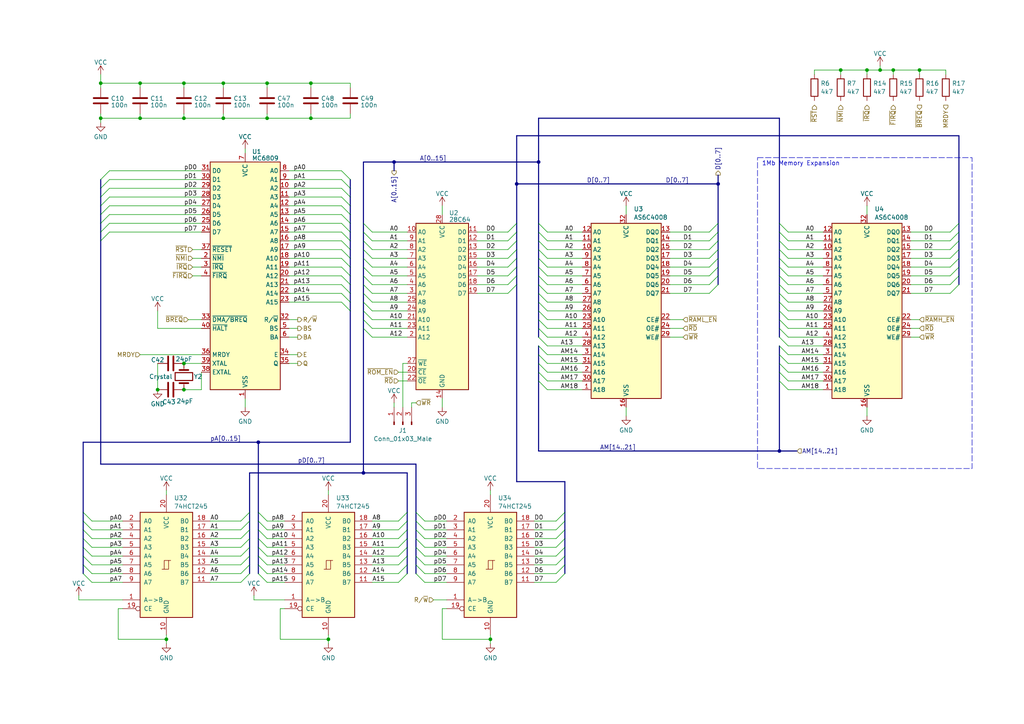
<source format=kicad_sch>
(kicad_sch (version 20231120) (generator "eeschema") (generator_version "8.0")
  (paper "A4")
  (bus_alias "" (members))
  (bus_alias "BUS" (members "{A[15..0]" "AM[23..13]" "D[7..0]" "~{RD}" "~{WR}" "E" "Q" "R/~{W}" "~{IRQ}" "~{FIRQ}" "~{NMI}" "~{RST}" "~{HALT}" "~{BREQ}" "MRDY" "BS" "BA" "~{ROM_EN}" "~{RAML_EN}" "~{RAMH_EN}}"))
  (bus_alias "CPU_BUS" (members "A[15..0]" "AM[23..13]" "D[7..0]" "~RD" "~WR" "E" "Q" "R/~W" "~IRQ" "~FIRQ" "~NMI" "~RST" "~HALT" "~BREQ" "MRDY" "BS" "BA" "~ROM_EN" "~RAML_EN" "~RAMH_EN"))
  (junction (at 29.21 34.29))
  (junction (at 156.21 46.99))
  (junction (at 266.7 20.32))
  (junction (at 53.34 24.13))
  (junction (at 29.21 24.13))
  (junction (at 226.06 130.81))
  (junction (at 142.24 185.42))
  (junction (at 40.64 34.29))
  (junction (at 77.47 24.13))
  (junction (at 255.27 20.32))
  (junction (at 45.72 113.03))
  (junction (at 64.77 34.29))
  (junction (at 77.47 34.29))
  (junction (at 74.93 128.27))
  (junction (at 105.41 137.16))
  (junction (at 40.64 24.13))
  (junction (at 64.77 24.13))
  (junction (at 53.34 105.41))
  (junction (at 259.08 20.32))
  (junction (at 243.84 20.32))
  (junction (at 114.3 46.99))
  (junction (at 208.28 53.34))
  (junction (at 251.46 20.32))
  (junction (at 53.34 34.29))
  (junction (at 90.17 24.13))
  (junction (at 95.25 185.42))
  (junction (at 48.26 185.42))
  (junction (at 53.34 113.03))
  (junction (at 149.86 53.34))
  (junction (at 90.17 34.29))
  (bus_entry (at 101.6 57.15) (size -2.54 -2.54))
  (bus_entry (at 226.06 67.31) (size 2.54 2.54))
  (bus_entry (at 105.41 64.77) (size 2.54 2.54))
  (bus_entry (at 147.32 77.47) (size 2.54 -2.54))
  (bus_entry (at 147.32 67.31) (size 2.54 -2.54))
  (bus_entry (at 278.13 67.31) (size -2.54 2.54))
  (bus_entry (at 72.39 148.59) (size -2.54 2.54))
  (bus_entry (at 147.32 74.93) (size 2.54 -2.54))
  (bus_entry (at 208.28 80.01) (size -2.54 2.54))
  (bus_entry (at 118.11 163.83) (size -2.54 2.54))
  (bus_entry (at 156.21 85.09) (size 2.54 2.54))
  (bus_entry (at 74.93 153.67) (size 2.54 2.54))
  (bus_entry (at 147.32 69.85) (size 2.54 -2.54))
  (bus_entry (at 105.41 92.71) (size 2.54 2.54))
  (bus_entry (at 101.6 54.61) (size -2.54 -2.54))
  (bus_entry (at 72.39 161.29) (size -2.54 2.54))
  (bus_entry (at 105.41 90.17) (size 2.54 2.54))
  (bus_entry (at 163.83 158.75) (size -2.54 2.54))
  (bus_entry (at 163.83 153.67) (size -2.54 2.54))
  (bus_entry (at 226.06 107.95) (size 2.54 2.54))
  (bus_entry (at 120.65 161.29) (size 2.54 2.54))
  (bus_entry (at 278.13 82.55) (size -2.54 2.54))
  (bus_entry (at 163.83 161.29) (size -2.54 2.54))
  (bus_entry (at 226.06 87.63) (size 2.54 2.54))
  (bus_entry (at 120.65 148.59) (size 2.54 2.54))
  (bus_entry (at 74.93 163.83) (size 2.54 2.54))
  (bus_entry (at 29.21 57.15) (size 2.54 -2.54))
  (bus_entry (at 120.65 151.13) (size 2.54 2.54))
  (bus_entry (at 156.21 72.39) (size 2.54 2.54))
  (bus_entry (at 226.06 92.71) (size 2.54 2.54))
  (bus_entry (at 208.28 67.31) (size -2.54 2.54))
  (bus_entry (at 163.83 148.59) (size -2.54 2.54))
  (bus_entry (at 101.6 62.23) (size -2.54 -2.54))
  (bus_entry (at 278.13 64.77) (size -2.54 2.54))
  (bus_entry (at 24.13 156.21) (size 2.54 2.54))
  (bus_entry (at 24.13 148.59) (size 2.54 2.54))
  (bus_entry (at 101.6 69.85) (size -2.54 -2.54))
  (bus_entry (at 278.13 69.85) (size -2.54 2.54))
  (bus_entry (at 101.6 80.01) (size -2.54 -2.54))
  (bus_entry (at 118.11 151.13) (size -2.54 2.54))
  (bus_entry (at 226.06 82.55) (size 2.54 2.54))
  (bus_entry (at 278.13 72.39) (size -2.54 2.54))
  (bus_entry (at 120.65 163.83) (size 2.54 2.54))
  (bus_entry (at 226.06 74.93) (size 2.54 2.54))
  (bus_entry (at 120.65 156.21) (size 2.54 2.54))
  (bus_entry (at 72.39 153.67) (size -2.54 2.54))
  (bus_entry (at 29.21 62.23) (size 2.54 -2.54))
  (bus_entry (at 208.28 77.47) (size -2.54 2.54))
  (bus_entry (at 74.93 161.29) (size 2.54 2.54))
  (bus_entry (at 101.6 67.31) (size -2.54 -2.54))
  (bus_entry (at 147.32 85.09) (size 2.54 -2.54))
  (bus_entry (at 226.06 80.01) (size 2.54 2.54))
  (bus_entry (at 101.6 64.77) (size -2.54 -2.54))
  (bus_entry (at 226.06 90.17) (size 2.54 2.54))
  (bus_entry (at 226.06 105.41) (size 2.54 2.54))
  (bus_entry (at 163.83 156.21) (size -2.54 2.54))
  (bus_entry (at 156.21 82.55) (size 2.54 2.54))
  (bus_entry (at 226.06 102.87) (size 2.54 2.54))
  (bus_entry (at 101.6 85.09) (size -2.54 -2.54))
  (bus_entry (at 105.41 87.63) (size 2.54 2.54))
  (bus_entry (at 156.21 90.17) (size 2.54 2.54))
  (bus_entry (at 156.21 105.41) (size 2.54 2.54))
  (bus_entry (at 101.6 77.47) (size -2.54 -2.54))
  (bus_entry (at 226.06 97.79) (size 2.54 2.54))
  (bus_entry (at 156.21 95.25) (size 2.54 2.54))
  (bus_entry (at 163.83 151.13) (size -2.54 2.54))
  (bus_entry (at 24.13 166.37) (size 2.54 2.54))
  (bus_entry (at 156.21 74.93) (size 2.54 2.54))
  (bus_entry (at 156.21 107.95) (size 2.54 2.54))
  (bus_entry (at 101.6 90.17) (size -2.54 -2.54))
  (bus_entry (at 118.11 166.37) (size -2.54 2.54))
  (bus_entry (at 105.41 74.93) (size 2.54 2.54))
  (bus_entry (at 278.13 77.47) (size -2.54 2.54))
  (bus_entry (at 156.21 110.49) (size 2.54 2.54))
  (bus_entry (at 226.06 64.77) (size 2.54 2.54))
  (bus_entry (at 24.13 158.75) (size 2.54 2.54))
  (bus_entry (at 72.39 163.83) (size -2.54 2.54))
  (bus_entry (at 120.65 158.75) (size 2.54 2.54))
  (bus_entry (at 24.13 153.67) (size 2.54 2.54))
  (bus_entry (at 156.21 100.33) (size 2.54 2.54))
  (bus_entry (at 101.6 52.07) (size -2.54 -2.54))
  (bus_entry (at 226.06 85.09) (size 2.54 2.54))
  (bus_entry (at 105.41 77.47) (size 2.54 2.54))
  (bus_entry (at 156.21 67.31) (size 2.54 2.54))
  (bus_entry (at 24.13 151.13) (size 2.54 2.54))
  (bus_entry (at 278.13 74.93) (size -2.54 2.54))
  (bus_entry (at 29.21 69.85) (size 2.54 -2.54))
  (bus_entry (at 118.11 148.59) (size -2.54 2.54))
  (bus_entry (at 156.21 87.63) (size 2.54 2.54))
  (bus_entry (at 105.41 80.01) (size 2.54 2.54))
  (bus_entry (at 226.06 95.25) (size 2.54 2.54))
  (bus_entry (at 147.32 72.39) (size 2.54 -2.54))
  (bus_entry (at 120.65 166.37) (size 2.54 2.54))
  (bus_entry (at 105.41 69.85) (size 2.54 2.54))
  (bus_entry (at 29.21 67.31) (size 2.54 -2.54))
  (bus_entry (at 101.6 74.93) (size -2.54 -2.54))
  (bus_entry (at 72.39 158.75) (size -2.54 2.54))
  (bus_entry (at 101.6 87.63) (size -2.54 -2.54))
  (bus_entry (at 208.28 74.93) (size -2.54 2.54))
  (bus_entry (at 163.83 166.37) (size -2.54 2.54))
  (bus_entry (at 72.39 156.21) (size -2.54 2.54))
  (bus_entry (at 208.28 64.77) (size -2.54 2.54))
  (bus_entry (at 208.28 72.39) (size -2.54 2.54))
  (bus_entry (at 156.21 77.47) (size 2.54 2.54))
  (bus_entry (at 118.11 158.75) (size -2.54 2.54))
  (bus_entry (at 156.21 80.01) (size 2.54 2.54))
  (bus_entry (at 29.21 54.61) (size 2.54 -2.54))
  (bus_entry (at 74.93 158.75) (size 2.54 2.54))
  (bus_entry (at 226.06 110.49) (size 2.54 2.54))
  (bus_entry (at 101.6 59.69) (size -2.54 -2.54))
  (bus_entry (at 226.06 100.33) (size 2.54 2.54))
  (bus_entry (at 101.6 82.55) (size -2.54 -2.54))
  (bus_entry (at 74.93 148.59) (size 2.54 2.54))
  (bus_entry (at 74.93 156.21) (size 2.54 2.54))
  (bus_entry (at 226.06 72.39) (size 2.54 2.54))
  (bus_entry (at 105.41 67.31) (size 2.54 2.54))
  (bus_entry (at 156.21 97.79) (size 2.54 2.54))
  (bus_entry (at 120.65 153.67) (size 2.54 2.54))
  (bus_entry (at 118.11 156.21) (size -2.54 2.54))
  (bus_entry (at 163.83 163.83) (size -2.54 2.54))
  (bus_entry (at 29.21 59.69) (size 2.54 -2.54))
  (bus_entry (at 278.13 80.01) (size -2.54 2.54))
  (bus_entry (at 156.21 102.87) (size 2.54 2.54))
  (bus_entry (at 147.32 80.01) (size 2.54 -2.54))
  (bus_entry (at 105.41 72.39) (size 2.54 2.54))
  (bus_entry (at 24.13 163.83) (size 2.54 2.54))
  (bus_entry (at 105.41 85.09) (size 2.54 2.54))
  (bus_entry (at 74.93 151.13) (size 2.54 2.54))
  (bus_entry (at 118.11 161.29) (size -2.54 2.54))
  (bus_entry (at 118.11 153.67) (size -2.54 2.54))
  (bus_entry (at 226.06 77.47) (size 2.54 2.54))
  (bus_entry (at 29.21 52.07) (size 2.54 -2.54))
  (bus_entry (at 74.93 166.37) (size 2.54 2.54))
  (bus_entry (at 29.21 64.77) (size 2.54 -2.54))
  (bus_entry (at 156.21 69.85) (size 2.54 2.54))
  (bus_entry (at 24.13 161.29) (size 2.54 2.54))
  (bus_entry (at 72.39 151.13) (size -2.54 2.54))
  (bus_entry (at 105.41 95.25) (size 2.54 2.54))
  (bus_entry (at 72.39 166.37) (size -2.54 2.54))
  (bus_entry (at 156.21 64.77) (size 2.54 2.54))
  (bus_entry (at 101.6 72.39) (size -2.54 -2.54))
  (bus_entry (at 208.28 82.55) (size -2.54 2.54))
  (bus_entry (at 105.41 82.55) (size 2.54 2.54))
  (bus_entry (at 156.21 92.71) (size 2.54 2.54))
  (bus_entry (at 208.28 69.85) (size -2.54 2.54))
  (bus_entry (at 147.32 82.55) (size 2.54 -2.54))
  (bus_entry (at 226.06 69.85) (size 2.54 2.54))
  (bus (pts (xy 74.93 128.27) (xy 74.93 148.59)))
  (bus (pts (xy 101.6 59.69) (xy 101.6 62.23)))
  (wire (pts (xy 181.61 118.11) (xy 181.61 120.65)))
  (wire (pts (xy 83.82 85.09) (xy 99.06 85.09)))
  (wire (pts (xy 107.95 163.83) (xy 115.57 163.83)))
  (wire (pts (xy 228.6 97.79) (xy 238.76 97.79)))
  (wire (pts (xy 158.75 87.63) (xy 168.91 87.63)))
  (bus (pts (xy 163.83 163.83) (xy 163.83 166.37)))
  (bus (pts (xy 101.6 85.09) (xy 101.6 87.63)))
  (bus (pts (xy 74.93 153.67) (xy 74.93 156.21)))
  (bus (pts (xy 149.86 77.47) (xy 149.86 80.01)))
  (wire (pts (xy 81.28 185.42) (xy 95.25 185.42)))
  (wire (pts (xy 101.6 33.02) (xy 101.6 34.29)))
  (wire (pts (xy 34.29 185.42) (xy 48.26 185.42)))
  (wire (pts (xy 128.27 176.53) (xy 128.27 185.42)))
  (bus (pts (xy 72.39 151.13) (xy 72.39 153.67)))
  (wire (pts (xy 138.43 69.85) (xy 147.32 69.85)))
  (bus (pts (xy 29.21 67.31) (xy 29.21 69.85)))
  (wire (pts (xy 77.47 158.75) (xy 82.55 158.75)))
  (bus (pts (xy 29.21 54.61) (xy 29.21 57.15)))
  (wire (pts (xy 228.6 95.25) (xy 238.76 95.25)))
  (wire (pts (xy 77.47 34.29) (xy 90.17 34.29)))
  (bus (pts (xy 208.28 67.31) (xy 208.28 69.85)))
  (wire (pts (xy 107.95 67.31) (xy 118.11 67.31)))
  (bus (pts (xy 29.21 57.15) (xy 29.21 59.69)))
  (bus (pts (xy 278.13 72.39) (xy 278.13 74.93)))
  (bus (pts (xy 118.11 153.67) (xy 118.11 156.21)))
  (bus (pts (xy 163.83 151.13) (xy 163.83 153.67)))
  (wire (pts (xy 154.94 158.75) (xy 161.29 158.75)))
  (wire (pts (xy 158.75 69.85) (xy 168.91 69.85)))
  (wire (pts (xy 158.75 113.03) (xy 168.91 113.03)))
  (bus (pts (xy 149.86 64.77) (xy 149.86 67.31)))
  (wire (pts (xy 266.7 97.79) (xy 264.16 97.79)))
  (wire (pts (xy 71.12 43.18) (xy 71.12 44.45)))
  (wire (pts (xy 107.95 151.13) (xy 115.57 151.13)))
  (bus (pts (xy 149.86 80.01) (xy 149.86 82.55)))
  (bus (pts (xy 74.93 158.75) (xy 74.93 161.29)))
  (wire (pts (xy 228.6 77.47) (xy 238.76 77.47)))
  (bus (pts (xy 226.06 107.95) (xy 226.06 110.49)))
  (wire (pts (xy 123.19 163.83) (xy 129.54 163.83)))
  (wire (pts (xy 86.36 92.71) (xy 83.82 92.71)))
  (bus (pts (xy 156.21 90.17) (xy 156.21 92.71)))
  (bus (pts (xy 74.93 161.29) (xy 74.93 163.83)))
  (wire (pts (xy 123.19 168.91) (xy 129.54 168.91)))
  (wire (pts (xy 266.7 20.32) (xy 266.7 21.59)))
  (wire (pts (xy 77.47 24.13) (xy 77.47 25.4)))
  (wire (pts (xy 83.82 59.69) (xy 99.06 59.69)))
  (wire (pts (xy 83.82 54.61) (xy 99.06 54.61)))
  (wire (pts (xy 82.55 173.99) (xy 73.66 173.99)))
  (bus (pts (xy 101.6 87.63) (xy 101.6 90.17)))
  (wire (pts (xy 107.95 97.79) (xy 118.11 97.79)))
  (wire (pts (xy 54.61 92.71) (xy 58.42 92.71)))
  (wire (pts (xy 194.31 69.85) (xy 205.74 69.85)))
  (wire (pts (xy 77.47 33.02) (xy 77.47 34.29)))
  (wire (pts (xy 83.82 74.93) (xy 99.06 74.93)))
  (bus (pts (xy 105.41 64.77) (xy 105.41 46.99)))
  (wire (pts (xy 77.47 24.13) (xy 90.17 24.13)))
  (bus (pts (xy 226.06 100.33) (xy 226.06 102.87)))
  (bus (pts (xy 163.83 153.67) (xy 163.83 156.21)))
  (wire (pts (xy 158.75 105.41) (xy 168.91 105.41)))
  (wire (pts (xy 123.19 151.13) (xy 129.54 151.13)))
  (wire (pts (xy 40.64 102.87) (xy 58.42 102.87)))
  (wire (pts (xy 60.96 151.13) (xy 69.85 151.13)))
  (wire (pts (xy 45.72 95.25) (xy 45.72 90.17)))
  (bus (pts (xy 105.41 85.09) (xy 105.41 87.63)))
  (wire (pts (xy 228.6 87.63) (xy 238.76 87.63)))
  (bus (pts (xy 156.21 87.63) (xy 156.21 90.17)))
  (wire (pts (xy 158.75 100.33) (xy 168.91 100.33)))
  (bus (pts (xy 278.13 80.01) (xy 278.13 82.55)))
  (wire (pts (xy 158.75 67.31) (xy 168.91 67.31)))
  (bus (pts (xy 226.06 95.25) (xy 226.06 97.79)))
  (wire (pts (xy 58.42 95.25) (xy 45.72 95.25)))
  (wire (pts (xy 228.6 92.71) (xy 238.76 92.71)))
  (bus (pts (xy 149.86 74.93) (xy 149.86 77.47)))
  (wire (pts (xy 26.67 163.83) (xy 35.56 163.83)))
  (wire (pts (xy 53.34 34.29) (xy 53.34 33.02)))
  (wire (pts (xy 45.72 105.41) (xy 45.72 113.03)))
  (bus (pts (xy 101.6 80.01) (xy 101.6 82.55)))
  (wire (pts (xy 22.86 173.99) (xy 22.86 172.72)))
  (bus (pts (xy 156.21 80.01) (xy 156.21 82.55)))
  (wire (pts (xy 64.77 34.29) (xy 64.77 33.02)))
  (bus (pts (xy 120.65 163.83) (xy 120.65 161.29)))
  (wire (pts (xy 158.75 77.47) (xy 168.91 77.47)))
  (wire (pts (xy 64.77 24.13) (xy 64.77 25.4)))
  (wire (pts (xy 264.16 74.93) (xy 275.59 74.93)))
  (bus (pts (xy 156.21 64.77) (xy 156.21 67.31)))
  (wire (pts (xy 77.47 163.83) (xy 82.55 163.83)))
  (wire (pts (xy 251.46 20.32) (xy 255.27 20.32)))
  (wire (pts (xy 128.27 59.69) (xy 128.27 62.23)))
  (bus (pts (xy 120.65 148.59) (xy 120.65 134.62)))
  (wire (pts (xy 31.75 52.07) (xy 58.42 52.07)))
  (bus (pts (xy 156.21 46.99) (xy 114.3 46.99)))
  (bus (pts (xy 29.21 69.85) (xy 29.21 134.62)))
  (wire (pts (xy 158.75 97.79) (xy 168.91 97.79)))
  (wire (pts (xy 154.94 166.37) (xy 161.29 166.37)))
  (wire (pts (xy 95.25 185.42) (xy 95.25 186.69)))
  (bus (pts (xy 226.06 87.63) (xy 226.06 90.17)))
  (bus (pts (xy 226.06 69.85) (xy 226.06 72.39)))
  (bus (pts (xy 163.83 158.75) (xy 163.83 161.29)))
  (wire (pts (xy 158.75 107.95) (xy 168.91 107.95)))
  (wire (pts (xy 48.26 142.24) (xy 48.26 143.51)))
  (wire (pts (xy 83.82 57.15) (xy 99.06 57.15)))
  (wire (pts (xy 90.17 34.29) (xy 101.6 34.29)))
  (bus (pts (xy 156.21 74.93) (xy 156.21 77.47)))
  (bus (pts (xy 226.06 67.31) (xy 226.06 69.85)))
  (wire (pts (xy 274.32 20.32) (xy 274.32 21.59)))
  (bus (pts (xy 74.93 156.21) (xy 74.93 158.75)))
  (bus (pts (xy 278.13 64.77) (xy 278.13 39.37)))
  (wire (pts (xy 259.08 20.32) (xy 266.7 20.32)))
  (wire (pts (xy 129.54 176.53) (xy 128.27 176.53)))
  (wire (pts (xy 198.12 95.25) (xy 194.31 95.25)))
  (wire (pts (xy 228.6 74.93) (xy 238.76 74.93)))
  (bus (pts (xy 114.3 46.99) (xy 105.41 46.99)))
  (wire (pts (xy 83.82 67.31) (xy 99.06 67.31)))
  (wire (pts (xy 228.6 107.95) (xy 238.76 107.95)))
  (wire (pts (xy 123.19 158.75) (xy 129.54 158.75)))
  (wire (pts (xy 107.95 87.63) (xy 118.11 87.63)))
  (wire (pts (xy 228.6 105.41) (xy 238.76 105.41)))
  (bus (pts (xy 105.41 92.71) (xy 105.41 95.25)))
  (wire (pts (xy 138.43 67.31) (xy 147.32 67.31)))
  (bus (pts (xy 105.41 137.16) (xy 118.11 137.16)))
  (wire (pts (xy 158.75 80.01) (xy 168.91 80.01)))
  (wire (pts (xy 53.34 105.41) (xy 58.42 105.41)))
  (wire (pts (xy 107.95 69.85) (xy 118.11 69.85)))
  (wire (pts (xy 73.66 173.99) (xy 73.66 172.72)))
  (bus (pts (xy 118.11 163.83) (xy 118.11 166.37)))
  (wire (pts (xy 266.7 95.25) (xy 264.16 95.25)))
  (bus (pts (xy 101.6 64.77) (xy 101.6 67.31)))
  (bus (pts (xy 156.21 77.47) (xy 156.21 80.01)))
  (bus (pts (xy 105.41 82.55) (xy 105.41 85.09)))
  (bus (pts (xy 101.6 82.55) (xy 101.6 85.09)))
  (bus (pts (xy 226.06 105.41) (xy 226.06 107.95)))
  (bus (pts (xy 208.28 77.47) (xy 208.28 80.01)))
  (wire (pts (xy 95.25 184.15) (xy 95.25 185.42)))
  (wire (pts (xy 48.26 184.15) (xy 48.26 185.42)))
  (wire (pts (xy 31.75 54.61) (xy 58.42 54.61)))
  (wire (pts (xy 123.19 153.67) (xy 129.54 153.67)))
  (wire (pts (xy 264.16 77.47) (xy 275.59 77.47)))
  (bus (pts (xy 72.39 137.16) (xy 72.39 148.59)))
  (wire (pts (xy 101.6 25.4) (xy 101.6 24.13)))
  (wire (pts (xy 35.56 173.99) (xy 22.86 173.99)))
  (bus (pts (xy 101.6 69.85) (xy 101.6 72.39)))
  (bus (pts (xy 101.6 74.93) (xy 101.6 77.47)))
  (bus (pts (xy 74.93 163.83) (xy 74.93 166.37)))
  (bus (pts (xy 101.6 90.17) (xy 101.6 128.27)))
  (bus (pts (xy 118.11 158.75) (xy 118.11 161.29)))
  (bus (pts (xy 156.21 95.25) (xy 156.21 97.79)))
  (wire (pts (xy 107.95 161.29) (xy 115.57 161.29)))
  (wire (pts (xy 31.75 59.69) (xy 58.42 59.69)))
  (bus (pts (xy 156.21 64.77) (xy 156.21 46.99)))
  (bus (pts (xy 101.6 128.27) (xy 74.93 128.27)))
  (bus (pts (xy 278.13 67.31) (xy 278.13 69.85)))
  (bus (pts (xy 208.28 53.34) (xy 149.86 53.34)))
  (wire (pts (xy 138.43 85.09) (xy 147.32 85.09)))
  (wire (pts (xy 83.82 52.07) (xy 99.06 52.07)))
  (bus (pts (xy 156.21 46.99) (xy 156.21 34.29)))
  (wire (pts (xy 77.47 166.37) (xy 82.55 166.37)))
  (bus (pts (xy 156.21 102.87) (xy 156.21 105.41)))
  (wire (pts (xy 255.27 19.05) (xy 255.27 20.32)))
  (wire (pts (xy 31.75 67.31) (xy 58.42 67.31)))
  (wire (pts (xy 228.6 102.87) (xy 238.76 102.87)))
  (wire (pts (xy 83.82 64.77) (xy 99.06 64.77)))
  (wire (pts (xy 77.47 161.29) (xy 82.55 161.29)))
  (wire (pts (xy 83.82 62.23) (xy 99.06 62.23)))
  (wire (pts (xy 236.22 21.59) (xy 236.22 20.32)))
  (wire (pts (xy 55.88 72.39) (xy 58.42 72.39)))
  (wire (pts (xy 107.95 77.47) (xy 118.11 77.47)))
  (bus (pts (xy 24.13 166.37) (xy 24.13 163.83)))
  (wire (pts (xy 60.96 158.75) (xy 69.85 158.75)))
  (wire (pts (xy 107.95 72.39) (xy 118.11 72.39)))
  (wire (pts (xy 40.64 24.13) (xy 53.34 24.13)))
  (wire (pts (xy 60.96 153.67) (xy 69.85 153.67)))
  (bus (pts (xy 24.13 163.83) (xy 24.13 161.29)))
  (wire (pts (xy 228.6 100.33) (xy 238.76 100.33)))
  (wire (pts (xy 83.82 80.01) (xy 99.06 80.01)))
  (bus (pts (xy 101.6 57.15) (xy 101.6 59.69)))
  (bus (pts (xy 101.6 52.07) (xy 101.6 54.61)))
  (wire (pts (xy 107.95 85.09) (xy 118.11 85.09)))
  (wire (pts (xy 158.75 82.55) (xy 168.91 82.55)))
  (wire (pts (xy 138.43 74.93) (xy 147.32 74.93)))
  (wire (pts (xy 40.64 34.29) (xy 40.64 33.02)))
  (wire (pts (xy 194.31 82.55) (xy 205.74 82.55)))
  (wire (pts (xy 60.96 163.83) (xy 69.85 163.83)))
  (bus (pts (xy 149.86 39.37) (xy 149.86 53.34)))
  (wire (pts (xy 107.95 80.01) (xy 118.11 80.01)))
  (wire (pts (xy 26.67 168.91) (xy 35.56 168.91)))
  (wire (pts (xy 142.24 185.42) (xy 142.24 186.69)))
  (wire (pts (xy 29.21 34.29) (xy 40.64 34.29)))
  (bus (pts (xy 105.41 80.01) (xy 105.41 82.55)))
  (bus (pts (xy 72.39 158.75) (xy 72.39 161.29)))
  (wire (pts (xy 29.21 24.13) (xy 40.64 24.13)))
  (wire (pts (xy 29.21 34.29) (xy 29.21 35.56)))
  (bus (pts (xy 105.41 77.47) (xy 105.41 80.01)))
  (bus (pts (xy 72.39 163.83) (xy 72.39 166.37)))
  (wire (pts (xy 251.46 20.32) (xy 251.46 21.59)))
  (bus (pts (xy 120.65 153.67) (xy 120.65 151.13)))
  (bus (pts (xy 118.11 156.21) (xy 118.11 158.75)))
  (bus (pts (xy 105.41 87.63) (xy 105.41 90.17)))
  (wire (pts (xy 158.75 90.17) (xy 168.91 90.17)))
  (bus (pts (xy 226.06 102.87) (xy 226.06 105.41)))
  (wire (pts (xy 107.95 156.21) (xy 115.57 156.21)))
  (bus (pts (xy 120.65 166.37) (xy 120.65 163.83)))
  (bus (pts (xy 72.39 153.67) (xy 72.39 156.21)))
  (bus (pts (xy 74.93 151.13) (xy 74.93 153.67)))
  (wire (pts (xy 264.16 69.85) (xy 275.59 69.85)))
  (wire (pts (xy 194.31 74.93) (xy 205.74 74.93)))
  (wire (pts (xy 107.95 74.93) (xy 118.11 74.93)))
  (wire (pts (xy 77.47 151.13) (xy 82.55 151.13)))
  (bus (pts (xy 278.13 69.85) (xy 278.13 72.39)))
  (wire (pts (xy 83.82 77.47) (xy 99.06 77.47)))
  (wire (pts (xy 115.57 107.95) (xy 118.11 107.95)))
  (bus (pts (xy 24.13 161.29) (xy 24.13 158.75)))
  (bus (pts (xy 156.21 72.39) (xy 156.21 74.93)))
  (bus (pts (xy 231.14 130.81) (xy 226.06 130.81)))
  (wire (pts (xy 154.94 153.67) (xy 161.29 153.67)))
  (wire (pts (xy 198.12 92.71) (xy 194.31 92.71)))
  (wire (pts (xy 64.77 34.29) (xy 77.47 34.29)))
  (bus (pts (xy 156.21 69.85) (xy 156.21 72.39)))
  (bus (pts (xy 156.21 130.81) (xy 156.21 110.49)))
  (bus (pts (xy 24.13 128.27) (xy 74.93 128.27)))
  (bus (pts (xy 101.6 67.31) (xy 101.6 69.85)))
  (bus (pts (xy 163.83 139.7) (xy 163.83 148.59)))
  (wire (pts (xy 255.27 20.32) (xy 259.08 20.32)))
  (wire (pts (xy 55.88 80.01) (xy 58.42 80.01)))
  (wire (pts (xy 53.34 24.13) (xy 53.34 25.4)))
  (wire (pts (xy 86.36 105.41) (xy 83.82 105.41)))
  (bus (pts (xy 226.06 130.81) (xy 156.21 130.81)))
  (bus (pts (xy 149.86 53.34) (xy 149.86 64.77)))
  (wire (pts (xy 107.95 158.75) (xy 115.57 158.75)))
  (wire (pts (xy 154.94 151.13) (xy 161.29 151.13)))
  (bus (pts (xy 226.06 80.01) (xy 226.06 82.55)))
  (bus (pts (xy 226.06 77.47) (xy 226.06 80.01)))
  (wire (pts (xy 228.6 72.39) (xy 238.76 72.39)))
  (bus (pts (xy 118.11 161.29) (xy 118.11 163.83)))
  (wire (pts (xy 158.75 110.49) (xy 168.91 110.49)))
  (wire (pts (xy 34.29 176.53) (xy 34.29 185.42)))
  (bus (pts (xy 120.65 158.75) (xy 120.65 156.21)))
  (bus (pts (xy 226.06 85.09) (xy 226.06 87.63)))
  (wire (pts (xy 158.75 72.39) (xy 168.91 72.39)))
  (bus (pts (xy 101.6 54.61) (xy 101.6 57.15)))
  (wire (pts (xy 83.82 87.63) (xy 99.06 87.63)))
  (wire (pts (xy 154.94 156.21) (xy 161.29 156.21)))
  (wire (pts (xy 29.21 21.59) (xy 29.21 24.13)))
  (bus (pts (xy 208.28 69.85) (xy 208.28 72.39)))
  (wire (pts (xy 64.77 24.13) (xy 77.47 24.13)))
  (wire (pts (xy 55.88 77.47) (xy 58.42 77.47)))
  (wire (pts (xy 26.67 158.75) (xy 35.56 158.75)))
  (bus (pts (xy 149.86 39.37) (xy 278.13 39.37)))
  (bus (pts (xy 105.41 72.39) (xy 105.41 74.93)))
  (bus (pts (xy 120.65 161.29) (xy 120.65 158.75)))
  (bus (pts (xy 208.28 64.77) (xy 208.28 67.31)))
  (wire (pts (xy 138.43 80.01) (xy 147.32 80.01)))
  (wire (pts (xy 40.64 34.29) (xy 53.34 34.29)))
  (wire (pts (xy 266.7 92.71) (xy 264.16 92.71)))
  (bus (pts (xy 156.21 82.55) (xy 156.21 85.09)))
  (wire (pts (xy 83.82 82.55) (xy 99.06 82.55)))
  (wire (pts (xy 243.84 20.32) (xy 251.46 20.32)))
  (wire (pts (xy 86.36 95.25) (xy 83.82 95.25)))
  (wire (pts (xy 119.38 116.84) (xy 120.65 116.84)))
  (wire (pts (xy 71.12 115.57) (xy 71.12 118.11)))
  (bus (pts (xy 149.86 69.85) (xy 149.86 72.39)))
  (bus (pts (xy 156.21 34.29) (xy 226.06 34.29)))
  (bus (pts (xy 208.28 72.39) (xy 208.28 74.93)))
  (bus (pts (xy 156.21 85.09) (xy 156.21 87.63)))
  (wire (pts (xy 158.75 74.93) (xy 168.91 74.93)))
  (wire (pts (xy 81.28 176.53) (xy 81.28 185.42)))
  (bus (pts (xy 24.13 148.59) (xy 24.13 128.27)))
  (bus (pts (xy 105.41 67.31) (xy 105.41 69.85)))
  (bus (pts (xy 29.21 64.77) (xy 29.21 67.31)))
  (wire (pts (xy 55.88 74.93) (xy 58.42 74.93)))
  (wire (pts (xy 154.94 168.91) (xy 161.29 168.91)))
  (bus (pts (xy 208.28 80.01) (xy 208.28 82.55)))
  (wire (pts (xy 116.84 105.41) (xy 118.11 105.41)))
  (wire (pts (xy 123.19 161.29) (xy 129.54 161.29)))
  (wire (pts (xy 228.6 69.85) (xy 238.76 69.85)))
  (wire (pts (xy 194.31 67.31) (xy 205.74 67.31)))
  (wire (pts (xy 60.96 156.21) (xy 69.85 156.21)))
  (wire (pts (xy 158.75 92.71) (xy 168.91 92.71)))
  (wire (pts (xy 26.67 161.29) (xy 35.56 161.29)))
  (wire (pts (xy 228.6 113.03) (xy 238.76 113.03)))
  (bus (pts (xy 226.06 72.39) (xy 226.06 74.93)))
  (wire (pts (xy 107.95 153.67) (xy 115.57 153.67)))
  (wire (pts (xy 48.26 185.42) (xy 48.26 186.69)))
  (wire (pts (xy 138.43 72.39) (xy 147.32 72.39)))
  (wire (pts (xy 26.67 166.37) (xy 35.56 166.37)))
  (wire (pts (xy 264.16 67.31) (xy 275.59 67.31)))
  (wire (pts (xy 264.16 82.55) (xy 275.59 82.55)))
  (bus (pts (xy 149.86 67.31) (xy 149.86 69.85)))
  (wire (pts (xy 107.95 95.25) (xy 118.11 95.25)))
  (bus (pts (xy 72.39 148.59) (xy 72.39 151.13)))
  (wire (pts (xy 83.82 72.39) (xy 99.06 72.39)))
  (bus (pts (xy 226.06 74.93) (xy 226.06 77.47)))
  (wire (pts (xy 58.42 113.03) (xy 58.42 107.95)))
  (bus (pts (xy 29.21 59.69) (xy 29.21 62.23)))
  (bus (pts (xy 156.21 107.95) (xy 156.21 110.49)))
  (wire (pts (xy 138.43 82.55) (xy 147.32 82.55)))
  (wire (pts (xy 83.82 49.53) (xy 99.06 49.53)))
  (wire (pts (xy 31.75 64.77) (xy 58.42 64.77)))
  (wire (pts (xy 26.67 151.13) (xy 35.56 151.13)))
  (wire (pts (xy 86.36 102.87) (xy 83.82 102.87)))
  (wire (pts (xy 60.96 168.91) (xy 69.85 168.91)))
  (wire (pts (xy 77.47 156.21) (xy 82.55 156.21)))
  (wire (pts (xy 77.47 153.67) (xy 82.55 153.67)))
  (wire (pts (xy 264.16 72.39) (xy 275.59 72.39)))
  (bus (pts (xy 226.06 90.17) (xy 226.06 92.71)))
  (bus (pts (xy 156.21 105.41) (xy 156.21 107.95)))
  (bus (pts (xy 114.3 49.53) (xy 114.3 46.99)))
  (wire (pts (xy 107.95 82.55) (xy 118.11 82.55)))
  (wire (pts (xy 251.46 118.11) (xy 251.46 120.65)))
  (bus (pts (xy 278.13 74.93) (xy 278.13 77.47)))
  (wire (pts (xy 142.24 184.15) (xy 142.24 185.42)))
  (bus (pts (xy 156.21 67.31) (xy 156.21 69.85)))
  (wire (pts (xy 82.55 176.53) (xy 81.28 176.53)))
  (wire (pts (xy 236.22 20.32) (xy 243.84 20.32)))
  (wire (pts (xy 119.38 116.84) (xy 119.38 118.11)))
  (wire (pts (xy 60.96 166.37) (xy 69.85 166.37)))
  (bus (pts (xy 163.83 156.21) (xy 163.83 158.75)))
  (bus (pts (xy 105.41 64.77) (xy 105.41 67.31)))
  (bus (pts (xy 105.41 69.85) (xy 105.41 72.39)))
  (bus (pts (xy 156.21 100.33) (xy 156.21 102.87)))
  (bus (pts (xy 120.65 151.13) (xy 120.65 148.59)))
  (wire (pts (xy 31.75 62.23) (xy 58.42 62.23)))
  (wire (pts (xy 138.43 77.47) (xy 147.32 77.47)))
  (bus (pts (xy 105.41 137.16) (xy 72.39 137.16)))
  (bus (pts (xy 149.86 82.55) (xy 149.86 139.7)))
  (wire (pts (xy 86.36 97.79) (xy 83.82 97.79)))
  (wire (pts (xy 142.24 142.24) (xy 142.24 143.51)))
  (wire (pts (xy 154.94 161.29) (xy 161.29 161.29)))
  (wire (pts (xy 259.08 20.32) (xy 259.08 21.59)))
  (bus (pts (xy 226.06 34.29) (xy 226.06 64.77)))
  (wire (pts (xy 90.17 24.13) (xy 101.6 24.13)))
  (wire (pts (xy 194.31 72.39) (xy 205.74 72.39)))
  (bus (pts (xy 72.39 161.29) (xy 72.39 163.83)))
  (wire (pts (xy 107.95 168.91) (xy 115.57 168.91)))
  (wire (pts (xy 90.17 33.02) (xy 90.17 34.29)))
  (wire (pts (xy 60.96 161.29) (xy 69.85 161.29)))
  (wire (pts (xy 243.84 20.32) (xy 243.84 21.59)))
  (bus (pts (xy 278.13 64.77) (xy 278.13 67.31)))
  (wire (pts (xy 123.19 166.37) (xy 129.54 166.37)))
  (wire (pts (xy 198.12 97.79) (xy 194.31 97.79)))
  (bus (pts (xy 149.86 139.7) (xy 163.83 139.7)))
  (wire (pts (xy 26.67 156.21) (xy 35.56 156.21)))
  (bus (pts (xy 208.28 74.93) (xy 208.28 77.47)))
  (bus (pts (xy 105.41 74.93) (xy 105.41 77.47)))
  (bus (pts (xy 118.11 151.13) (xy 118.11 153.67)))
  (wire (pts (xy 264.16 80.01) (xy 275.59 80.01)))
  (wire (pts (xy 115.57 110.49) (xy 118.11 110.49)))
  (wire (pts (xy 29.21 24.13) (xy 29.21 25.4)))
  (wire (pts (xy 266.7 20.32) (xy 274.32 20.32)))
  (wire (pts (xy 228.6 67.31) (xy 238.76 67.31)))
  (bus (pts (xy 118.11 148.59) (xy 118.11 151.13)))
  (bus (pts (xy 29.21 62.23) (xy 29.21 64.77)))
  (wire (pts (xy 123.19 156.21) (xy 129.54 156.21)))
  (wire (pts (xy 31.75 49.53) (xy 58.42 49.53)))
  (wire (pts (xy 251.46 59.69) (xy 251.46 62.23)))
  (bus (pts (xy 74.93 148.59) (xy 74.93 151.13)))
  (bus (pts (xy 118.11 137.16) (xy 118.11 148.59)))
  (wire (pts (xy 158.75 85.09) (xy 168.91 85.09)))
  (bus (pts (xy 163.83 148.59) (xy 163.83 151.13)))
  (bus (pts (xy 105.41 90.17) (xy 105.41 92.71)))
  (bus (pts (xy 208.28 64.77) (xy 208.28 53.34)))
  (wire (pts (xy 128.27 185.42) (xy 142.24 185.42)))
  (wire (pts (xy 31.75 57.15) (xy 58.42 57.15)))
  (wire (pts (xy 77.47 168.91) (xy 82.55 168.91)))
  (bus (pts (xy 101.6 72.39) (xy 101.6 74.93)))
  (bus (pts (xy 24.13 156.21) (xy 24.13 153.67)))
  (bus (pts (xy 72.39 156.21) (xy 72.39 158.75)))
  (wire (pts (xy 90.17 24.13) (xy 90.17 25.4)))
  (wire (pts (xy 107.95 90.17) (xy 118.11 90.17)))
  (bus (pts (xy 120.65 134.62) (xy 29.21 134.62)))
  (bus (pts (xy 24.13 153.67) (xy 24.13 151.13)))
  (wire (pts (xy 228.6 110.49) (xy 238.76 110.49)))
  (bus (pts (xy 101.6 62.23) (xy 101.6 64.77)))
  (wire (pts (xy 158.75 102.87) (xy 168.91 102.87)))
  (wire (pts (xy 107.95 166.37) (xy 115.57 166.37)))
  (wire (pts (xy 40.64 24.13) (xy 40.64 25.4)))
  (wire (pts (xy 158.75 95.25) (xy 168.91 95.25)))
  (wire (pts (xy 53.34 34.29) (xy 64.77 34.29)))
  (wire (pts (xy 264.16 85.09) (xy 275.59 85.09)))
  (wire (pts (xy 194.31 85.09) (xy 205.74 85.09)))
  (bus (pts (xy 105.41 95.25) (xy 105.41 137.16)))
  (wire (pts (xy 125.73 173.99) (xy 129.54 173.99)))
  (wire (pts (xy 116.84 118.11) (xy 116.84 105.41)))
  (wire (pts (xy 194.31 80.01) (xy 205.74 80.01)))
  (wire (pts (xy 53.34 24.13) (xy 64.77 24.13)))
  (wire (pts (xy 194.31 77.47) (xy 205.74 77.47)))
  (wire (pts (xy 228.6 80.01) (xy 238.76 80.01)))
  (wire (pts (xy 107.95 92.71) (xy 118.11 92.71)))
  (bus (pts (xy 29.21 52.07) (xy 29.21 54.61)))
  (bus (pts (xy 149.86 72.39) (xy 149.86 74.93)))
  (bus (pts (xy 24.13 158.75) (xy 24.13 156.21)))
  (wire (pts (xy 228.6 82.55) (xy 238.76 82.55)))
  (wire (pts (xy 154.94 163.83) (xy 161.29 163.83)))
  (wire (pts (xy 181.61 59.69) (xy 181.61 62.23)))
  (wire (pts (xy 35.56 176.53) (xy 34.29 176.53)))
  (wire (pts (xy 83.82 69.85) (xy 99.06 69.85)))
  (bus (pts (xy 226.06 92.71) (xy 226.06 95.25)))
  (bus (pts (xy 226.06 82.55) (xy 226.06 85.09)))
  (wire (pts (xy 114.3 116.84) (xy 114.3 118.11)))
  (wire (pts (xy 128.27 115.57) (xy 128.27 118.11)))
  (bus (pts (xy 156.21 92.71) (xy 156.21 95.25)))
  (bus (pts (xy 226.06 64.77) (xy 226.06 67.31)))
  (wire (pts (xy 228.6 85.09) (xy 238.76 85.09)))
  (bus (pts (xy 163.83 161.29) (xy 163.83 163.83)))
  (bus (pts (xy 24.13 151.13) (xy 24.13 148.59)))
  (bus (pts (xy 101.6 77.47) (xy 101.6 80.01)))
  (bus (pts (xy 120.65 156.21) (xy 120.65 153.67)))
  (wire (pts (xy 29.21 33.02) (xy 29.21 34.29)))
  (bus (pts (xy 226.06 110.49) (xy 226.06 130.81)))
  (wire (pts (xy 53.34 113.03) (xy 58.42 113.03)))
  (wire (pts (xy 228.6 90.17) (xy 238.76 90.17)))
  (bus (pts (xy 208.28 50.8) (xy 208.28 53.34)))
  (wire (pts (xy 95.25 142.24) (xy 95.25 143.51)))
  (wire (pts (xy 26.67 153.67) (xy 35.56 153.67)))
  (bus (pts (xy 278.13 77.47) (xy 278.13 80.01)))
  (rectangle (start 219.71 45.72) (end 281.94 135.89) (stroke (width 0) (type dash)))
  (text "1Mb Memory Expansion" (at 220.98 48.26 0) (effects (font (size 1.27 1.27)) (justify left bottom)))
  (label "pD3" (at 125.73 158.75 0))
  (label "D4" (at 198.12 77.47 0))
  (label "AM18" (at 232.41 113.03 0))
  (label "pA10" (at 85.09 74.93 0))
  (label "D6" (at 154.94 166.37 0))
  (label "pA11" (at 85.09 77.47 0))
  (label "pA6" (at 85.09 64.77 0))
  (label "AM16" (at 162.56 107.95 0))
  (label "pA1" (at 85.09 52.07 0))
  (label "pD6" (at 125.73 166.37 0))
  (label "A5" (at 60.96 163.83 0))
  (label "A11" (at 233.68 95.25 0))
  (label "A15" (at 107.95 168.91 0))
  (label "A7" (at 113.03 85.09 0))
  (label "A6" (at 113.03 82.55 0))
  (label "pD1" (at 53.34 52.07 0))
  (label "A2" (at 60.96 156.21 0))
  (label "A12" (at 233.68 97.79 0))
  (label "AM17" (at 162.56 110.49 0))
  (label "A8" (at 107.95 151.13 0))
  (label "D5" (at 267.97 80.01 0))
  (label "AM[14..21]" (at 173.99 130.81 0))
  (label "pA0" (at 31.75 151.13 0))
  (label "A1" (at 233.68 69.85 0))
  (label "pD5" (at 53.34 62.23 0))
  (label "pD2" (at 53.34 54.61 0))
  (label "A9" (at 163.83 90.17 0))
  (label "pA8" (at 78.74 151.13 0))
  (label "pA7" (at 31.75 168.91 0))
  (label "D1" (at 140.97 69.85 0))
  (label "A0" (at 163.83 67.31 0))
  (label "A0" (at 60.96 151.13 0))
  (label "D7" (at 154.94 168.91 0))
  (label "pD7" (at 53.34 67.31 0))
  (label "pD5" (at 125.73 163.83 0))
  (label "D1" (at 154.94 153.67 0))
  (label "A13" (at 107.95 163.83 0))
  (label "AM16" (at 232.41 107.95 0))
  (label "pD4" (at 125.73 161.29 0))
  (label "D4" (at 140.97 77.47 0))
  (label "pA5" (at 31.75 163.83 0))
  (label "D1" (at 267.97 69.85 0))
  (label "D3" (at 154.94 158.75 0))
  (label "D6" (at 140.97 82.55 0))
  (label "A14" (at 107.95 166.37 0))
  (label "A11" (at 113.03 95.25 0))
  (label "D5" (at 140.97 80.01 0))
  (label "pA6" (at 31.75 166.37 0))
  (label "pD4" (at 53.34 59.69 0))
  (label "pA3" (at 85.09 57.15 0))
  (label "D7" (at 198.12 85.09 0))
  (label "A10" (at 113.03 92.71 0))
  (label "A10" (at 107.95 156.21 0))
  (label "pA8" (at 85.09 69.85 0))
  (label "D0" (at 267.97 67.31 0))
  (label "D2" (at 140.97 72.39 0))
  (label "A6" (at 60.96 166.37 0))
  (label "D[0..7]" (at 170.18 53.34 0))
  (label "D7" (at 267.97 85.09 0))
  (label "A0" (at 233.68 67.31 0))
  (label "A4" (at 233.68 77.47 0))
  (label "D0" (at 154.94 151.13 0))
  (label "D3" (at 140.97 74.93 0))
  (label "A11" (at 163.83 95.25 0))
  (label "pA9" (at 78.74 153.67 0))
  (label "pA14" (at 85.09 85.09 0))
  (label "pD[0..7]" (at 86.36 134.62 0))
  (label "pA14" (at 78.74 166.37 0))
  (label "A8" (at 163.83 87.63 0))
  (label "A1" (at 163.83 69.85 0))
  (label "A7" (at 233.68 85.09 0))
  (label "pD1" (at 125.73 153.67 0))
  (label "pD2" (at 125.73 156.21 0))
  (label "A1" (at 113.03 69.85 0))
  (label "pD7" (at 125.73 168.91 0))
  (label "A12" (at 163.83 97.79 0))
  (label "pA15" (at 85.09 87.63 0))
  (label "D2" (at 267.97 72.39 0))
  (label "A3" (at 113.03 74.93 0))
  (label "D4" (at 267.97 77.47 0))
  (label "pA13" (at 78.74 163.83 0))
  (label "AM18" (at 162.56 113.03 0))
  (label "A7" (at 60.96 168.91 0))
  (label "A9" (at 233.68 90.17 0))
  (label "A4" (at 113.03 77.47 0))
  (label "A4" (at 60.96 161.29 0))
  (label "A5" (at 163.83 80.01 0))
  (label "A9" (at 113.03 90.17 0))
  (label "pA13" (at 85.09 82.55 0))
  (label "D3" (at 198.12 74.93 0))
  (label "pA[0..15]" (at 60.96 128.27 0))
  (label "pA10" (at 78.74 156.21 0))
  (label "pA5" (at 85.09 62.23 0))
  (label "pA12" (at 85.09 80.01 0))
  (label "A12" (at 107.95 161.29 0))
  (label "A6" (at 233.68 82.55 0))
  (label "AM15" (at 232.41 105.41 0))
  (label "D4" (at 154.94 161.29 0))
  (label "D7" (at 140.97 85.09 0))
  (label "pA2" (at 31.75 156.21 0))
  (label "A4" (at 163.83 77.47 0))
  (label "A3" (at 233.68 74.93 0))
  (label "D6" (at 198.12 82.55 0))
  (label "A3" (at 163.83 74.93 0))
  (label "pA4" (at 31.75 161.29 0))
  (label "A10" (at 163.83 92.71 0))
  (label "pD3" (at 53.34 57.15 0))
  (label "A2" (at 163.83 72.39 0))
  (label "D3" (at 267.97 74.93 0))
  (label "A8" (at 233.68 87.63 0))
  (label "D[0..7]" (at 193.04 53.34 0))
  (label "A12" (at 113.03 97.79 0))
  (label "A9" (at 107.95 153.67 0))
  (label "A5" (at 113.03 80.01 0))
  (label "A5" (at 233.68 80.01 0))
  (label "D6" (at 267.97 82.55 0))
  (label "pA4" (at 85.09 59.69 0))
  (label "D0" (at 140.97 67.31 0))
  (label "A10" (at 233.68 92.71 0))
  (label "A13" (at 162.56 100.33 0))
  (label "A1" (at 60.96 153.67 0))
  (label "pA3" (at 31.75 158.75 0))
  (label "A[0..15]" (at 129.54 46.99 180))
  (label "pA9" (at 85.09 72.39 0))
  (label "pD6" (at 53.34 64.77 0))
  (label "pA11" (at 78.74 158.75 0))
  (label "pA7" (at 85.09 67.31 0))
  (label "D5" (at 154.94 163.83 0))
  (label "A2" (at 113.03 72.39 0))
  (label "pA0" (at 85.09 49.53 0))
  (label "AM15" (at 162.56 105.41 0))
  (label "AM14" (at 232.41 102.87 0))
  (label "pA15" (at 78.74 168.91 0))
  (label "pA12" (at 78.74 161.29 0))
  (label "A13" (at 232.41 100.33 0))
  (label "A2" (at 233.68 72.39 0))
  (label "A0" (at 113.03 67.31 0))
  (label "A7" (at 163.83 85.09 0))
  (label "A11" (at 107.95 158.75 0))
  (label "D1" (at 198.12 69.85 0))
  (label "D5" (at 198.12 80.01 0))
  (label "A6" (at 163.83 82.55 0))
  (label "A8" (at 113.03 87.63 0))
  (label "pD0" (at 53.34 49.53 0))
  (label "AM14" (at 162.56 102.87 0))
  (label "D2" (at 198.12 72.39 0))
  (label "AM17" (at 232.41 110.49 0))
  (label "A3" (at 60.96 158.75 0))
  (label "pA2" (at 85.09 54.61 0))
  (label "D2" (at 154.94 156.21 0))
  (label "pD0" (at 125.73 151.13 0))
  (label "pA1" (at 31.75 153.67 0))
  (label "D0" (at 198.12 67.31 0))
  (hierarchical_label "R{slash}~{W}" (shape output) (at 86.36 92.71 0))
  (hierarchical_label "~{RAML_EN}" (shape input) (at 198.12 92.71 0))
  (hierarchical_label "~{FIRQ}" (shape input) (at 55.88 80.01 180))
  (hierarchical_label "~{RST}" (shape input) (at 236.22 30.48 270))
  (hierarchical_label "BA" (shape output) (at 86.36 97.79 0))
  (hierarchical_label "BS" (shape output) (at 86.36 95.25 0))
  (hierarchical_label "E" (shape output) (at 86.36 102.87 0))
  (hierarchical_label "~{NMI}" (shape input) (at 243.84 30.48 270))
  (hierarchical_label "~{IRQ}" (shape input) (at 251.46 30.48 270))
  (hierarchical_label "~{WR}" (shape input) (at 120.65 116.84 0))
  (hierarchical_label "~{NMI}" (shape input) (at 55.88 74.93 180))
  (hierarchical_label "~{RST}" (shape input) (at 55.88 72.39 180))
  (hierarchical_label "~{BREQ}" (shape output) (at 266.7 30.48 270))
  (hierarchical_label "~{ROM_EN}" (shape input) (at 115.57 107.95 180))
  (hierarchical_label "R{slash}~{W}" (shape input) (at 125.73 173.99 180))
  (hierarchical_label "MRDY" (shape input) (at 40.64 102.87 180))
  (hierarchical_label "~{RAMH_EN}" (shape input) (at 266.7 92.71 0))
  (hierarchical_label "MRDY" (shape output) (at 274.32 30.48 270))
  (hierarchical_label "~{WR}" (shape input) (at 266.7 97.79 0))
  (hierarchical_label "~{BREQ}" (shape input) (at 54.61 92.71 180))
  (hierarchical_label "AM[14..21]" (shape input) (at 231.14 130.81 0))
  (hierarchical_label "~{RD}" (shape input) (at 266.7 95.25 0))
  (hierarchical_label "~{FIRQ}" (shape input) (at 259.08 30.48 270))
  (hierarchical_label "Q" (shape output) (at 86.36 105.41 0))
  (hierarchical_label "A[0..15]" (shape output) (at 114.3 49.53 270))
  (hierarchical_label "D[0..7]" (shape output) (at 208.28 50.8 90))
  (hierarchical_label "~{RD}" (shape input) (at 198.12 95.25 0))
  (hierarchical_label "~{RD}" (shape input) (at 115.57 110.49 180))
  (hierarchical_label "~{WR}" (shape input) (at 198.12 97.79 0))
  (hierarchical_label "~{IRQ}" (shape input) (at 55.88 77.47 180))
  (symbol (lib_id "power:GND") (at 71.12 118.11 0) (unit 1)
    (property "Reference" "#PWR02" (effects (hide yes)))
    (property "Value" "GND" (at 71.12 122.2455 0))
  )
  (symbol (lib_id "Device:C") (at 49.53 105.41 270) (mirror x) (unit 1)
    (property "Reference" "C42" (at 45.72 104.394 90))
    (property "Value" "24pF" (at 53.34 104.14 90))
    (property "Footprint" "Capacitor_THT:C_Disc_D5.0mm_W2.5mm_P2.50mm" (effects (hide yes)))
  )
  (symbol (lib_id "Device:C") (at 77.47 29.21 0) (unit 1)
    (property "Reference" "C47" (at 80.391 28.5663 0) (effects (justify left)))
    (property "Value" "100n" (at 80.391 30.4873 0) (effects (justify left)))
    (property "Footprint" "Capacitor_THT:C_Disc_D5.0mm_W2.5mm_P2.50mm" (effects (hide yes)))
  )
  (symbol (lib_id "Device:R") (at 243.84 25.4 0) (unit 1)
    (property "Reference" "R7" (at 245.618 24.1878 0) (effects (justify left)))
    (property "Value" "4k7" (at 245.618 26.6121 0) (effects (justify left)))
    (property "Footprint" "Resistor_THT:R_Axial_DIN0204_L3.6mm_D1.6mm_P7.62mm_Horizontal" (effects (hide yes)))
    (property "Description" "Resistor" (effects (hide yes)))
  )
  (symbol (lib_id "Device:Crystal") (at 53.34 109.22 270) (mirror x) (unit 1)
    (property "Reference" "Y2" (at 58.674 109.22 90) (effects (justify right)))
    (property "Value" "Crystal" (at 50.038 109.22 90) (effects (justify right)))
    (property "Footprint" "Crystal:Crystal_HC49-U_Vertical" (effects (hide yes)))
    (property "Description" "Two pin crystal" (effects (hide yes)))
  )
  (symbol (lib_id "Memory_RAM:AS6C4008-55PCN") (at 251.46 90.17 0) (unit 1)
    (property "Reference" "U4" (at 253.6541 60.6255 0) (effects (justify left)))
    (property "Value" "AS6C4008" (at 253.6541 63.0498 0) (effects (justify left)))
    (property "Footprint" "Package_DIP:DIP-32_W15.24mm_Socket" (effects (hide yes)))
    (property "Datasheet" "https://www.alliancememory.com/wp-content/uploads/pdf/AS6C4008.pdf" (effects (hide yes)))
  )
  (symbol (lib_id "power:VCC") (at 114.3 116.84 0) (unit 1)
    (property "Reference" "#PWR099" (effects (hide yes)))
    (property "Value" "VCC" (at 114.3 113.3381 0))
  )
  (symbol (lib_id "power:VCC") (at 22.86 172.72 0) (unit 1)
    (property "Reference" "#PWR0118" (effects (hide yes)))
    (property "Value" "VCC" (at 22.86 169.2181 0))
  )
  (symbol (lib_id "power:VCC") (at 73.66 172.72 0) (unit 1)
    (property "Reference" "#PWR0119" (effects (hide yes)))
    (property "Value" "VCC" (at 73.66 169.2181 0))
  )
  (symbol (lib_id "power:GND") (at 95.25 186.69 0) (unit 1)
    (property "Reference" "#PWR084" (effects (hide yes)))
    (property "Value" "GND" (at 95.25 190.8255 0))
  )
  (symbol (lib_id "Device:R") (at 236.22 25.4 0) (unit 1)
    (property "Reference" "R6" (at 237.998 24.1878 0) (effects (justify left)))
    (property "Value" "4k7" (at 237.998 26.6121 0) (effects (justify left)))
    (property "Footprint" "Resistor_THT:R_Axial_DIN0204_L3.6mm_D1.6mm_P7.62mm_Horizontal" (effects (hide yes)))
    (property "Description" "Resistor" (effects (hide yes)))
  )
  (symbol (lib_id "power:VCC") (at 71.12 43.18 0) (unit 1)
    (property "Reference" "#PWR01" (effects (hide yes)))
    (property "Value" "VCC" (at 71.12 39.6781 0))
  )
  (symbol (lib_id "74xx:74HC245") (at 142.24 163.83 0) (unit 1)
    (property "Reference" "U34" (at 144.4341 144.4455 0) (effects (justify left)))
    (property "Value" "74HCT245" (at 144.4341 146.8698 0) (effects (justify left)))
    (property "Footprint" "Package_DIP:DIP-20_W7.62mm_Socket" (effects (hide yes)))
    (property "Datasheet" "http://www.ti.com/lit/gpn/sn74HC245" (effects (hide yes)))
    (property "Description" "Octal BUS Transceivers, 3-State outputs" (effects (hide yes)))
  )
  (symbol (lib_id "Connector:Conn_01x03_Male") (at 116.84 123.19 90) (unit 1)
    (property "Reference" "J1" (at 116.84 124.8593 90))
    (property "Value" "Conn_01x03_Male" (at 116.84 127.2836 90))
    (property "Footprint" "Connector_PinHeader_2.54mm:PinHeader_1x03_P2.54mm_Vertical" (effects (hide yes)))
    (property "Description" "Generic connector, single row, 01x03, script generated (kicad-library-utils/schlib/autogen/connector/)" (effects (hide yes)))
  )
  (symbol (lib_id "Device:C") (at 53.34 29.21 0) (unit 1)
    (property "Reference" "C12" (at 56.261 28.5663 0) (effects (justify left)))
    (property "Value" "100n" (at 56.261 30.4873 0) (effects (justify left)))
    (property "Footprint" "Capacitor_THT:C_Disc_D5.0mm_W2.5mm_P2.50mm" (effects (hide yes)))
  )
  (symbol (lib_id "Device:C") (at 29.21 29.21 0) (unit 1)
    (property "Reference" "C10" (at 32.131 28.5663 0) (effects (justify left)))
    (property "Value" "100n" (at 32.131 30.4873 0) (effects (justify left)))
    (property "Footprint" "Capacitor_THT:C_Disc_D5.0mm_W2.5mm_P2.50mm" (effects (hide yes)))
  )
  (symbol (lib_id "power:GND") (at 45.72 113.03 0) (unit 1)
    (property "Reference" "#PWR0109" (effects (hide yes)))
    (property "Value" "GND" (at 45.72 117.1655 0))
  )
  (symbol (lib_id "power:VCC") (at 48.26 142.24 0) (unit 1)
    (property "Reference" "#PWR096" (effects (hide yes)))
    (property "Value" "VCC" (at 48.26 138.7381 0))
  )
  (symbol (lib_id "Memory_EPROM:27C64") (at 128.27 87.63 0) (unit 1)
    (property "Reference" "U2" (at 130.2259 61.7601 0) (effects (justify left)))
    (property "Value" "28C64" (at 130.2259 63.6811 0) (effects (justify left)))
    (property "Footprint" "Package_DIP:DIP-28_W15.24mm_Socket" (effects (hide yes)))
    (property "Datasheet" "http://ww1.microchip.com/downloads/en/DeviceDoc/11107M.pdf" (effects (hide yes)))
  )
  (symbol (lib_id "power:GND") (at 29.21 35.56 0) (unit 1)
    (property "Reference" "#PWR055" (effects (hide yes)))
    (property "Value" "GND" (at 29.21 39.6955 0))
  )
  (symbol (lib_id "Device:R") (at 274.32 25.4 0) (unit 1)
    (property "Reference" "R17" (at 276.098 24.1878 0) (effects (justify left)))
    (property "Value" "4k7" (at 276.098 26.6121 0) (effects (justify left)))
    (property "Footprint" "Resistor_THT:R_Axial_DIN0204_L3.6mm_D1.6mm_P7.62mm_Horizontal" (effects (hide yes)))
    (property "Description" "Resistor" (effects (hide yes)))
  )
  (symbol (lib_id "power:VCC") (at 29.21 21.59 0) (unit 1)
    (property "Reference" "#PWR056" (effects (hide yes)))
    (property "Value" "VCC" (at 29.21 18.0881 0))
  )
  (symbol (lib_id "Device:C") (at 101.6 29.21 0) (unit 1)
    (property "Reference" "C49" (at 104.521 28.5663 0) (effects (justify left)))
    (property "Value" "100n" (at 104.521 30.4873 0) (effects (justify left)))
    (property "Footprint" "Capacitor_THT:C_Disc_D5.0mm_W2.5mm_P2.50mm" (effects (hide yes)))
  )
  (symbol (lib_id "power:GND") (at 251.46 120.65 0) (unit 1)
    (property "Reference" "#PWR08" (effects (hide yes)))
    (property "Value" "GND" (at 251.46 124.7855 0))
  )
  (symbol (lib_id "CPU_NXP_6800:MC6809") (at 71.12 80.01 0) (unit 1)
    (property "Reference" "U1" (at 73.0759 43.9801 0) (effects (justify left)))
    (property "Value" "MC6809" (at 73.0759 45.9011 0) (effects (justify left)))
    (property "Footprint" "Package_DIP:DIP-40_W15.24mm_Socket" (effects (hide yes)))
    (property "Datasheet" "http://pdf.datasheetcatalog.com/datasheet/motorola/MC68B09S.pdf" (effects (hide yes)))
  )
  (symbol (lib_id "power:VCC") (at 181.61 59.69 0) (unit 1)
    (property "Reference" "#PWR05" (effects (hide yes)))
    (property "Value" "VCC" (at 181.61 56.1881 0))
  )
  (symbol (lib_id "power:VCC") (at 142.24 142.24 0) (unit 1)
    (property "Reference" "#PWR0117" (effects (hide yes)))
    (property "Value" "VCC" (at 142.24 138.7381 0))
  )
  (symbol (lib_id "power:GND") (at 181.61 120.65 0) (unit 1)
    (property "Reference" "#PWR06" (effects (hide yes)))
    (property "Value" "GND" (at 181.61 124.7855 0))
  )
  (symbol (lib_id "power:VCC") (at 255.27 19.05 0) (unit 1)
    (property "Reference" "#PWR0120" (effects (hide yes)))
    (property "Value" "VCC" (at 255.27 15.5481 0))
  )
  (symbol (lib_id "74xx:74HC245") (at 95.25 163.83 0) (unit 1)
    (property "Reference" "U33" (at 97.4441 144.4455 0) (effects (justify left)))
    (property "Value" "74HCT245" (at 97.4441 146.8698 0) (effects (justify left)))
    (property "Footprint" "Package_DIP:DIP-20_W7.62mm_Socket" (effects (hide yes)))
    (property "Datasheet" "http://www.ti.com/lit/gpn/sn74HC245" (effects (hide yes)))
    (property "Description" "Octal BUS Transceivers, 3-State outputs" (effects (hide yes)))
  )
  (symbol (lib_id "power:VCC") (at 95.25 142.24 0) (unit 1)
    (property "Reference" "#PWR0116" (effects (hide yes)))
    (property "Value" "VCC" (at 95.25 138.7381 0))
  )
  (symbol (lib_id "Device:R") (at 259.08 25.4 0) (unit 1)
    (property "Reference" "R15" (at 260.858 24.1878 0) (effects (justify left)))
    (property "Value" "4k7" (at 260.858 26.6121 0) (effects (justify left)))
    (property "Footprint" "Resistor_THT:R_Axial_DIN0204_L3.6mm_D1.6mm_P7.62mm_Horizontal" (effects (hide yes)))
    (property "Description" "Resistor" (effects (hide yes)))
  )
  (symbol (lib_id "Device:C") (at 64.77 29.21 0) (unit 1)
    (property "Reference" "C13" (at 67.691 28.5663 0) (effects (justify left)))
    (property "Value" "100n" (at 67.691 30.4873 0) (effects (justify left)))
    (property "Footprint" "Capacitor_THT:C_Disc_D5.0mm_W2.5mm_P2.50mm" (effects (hide yes)))
  )
  (symbol (lib_id "power:VCC") (at 128.27 59.69 0) (unit 1)
    (property "Reference" "#PWR03" (effects (hide yes)))
    (property "Value" "VCC" (at 128.27 56.1881 0))
  )
  (symbol (lib_id "74xx:74HC245") (at 48.26 163.83 0) (unit 1)
    (property "Reference" "U32" (at 50.4541 144.4455 0) (effects (justify left)))
    (property "Value" "74HCT245" (at 50.4541 146.8698 0) (effects (justify left)))
    (property "Footprint" "Package_DIP:DIP-20_W7.62mm_Socket" (effects (hide yes)))
    (property "Datasheet" "http://www.ti.com/lit/gpn/sn74HC245" (effects (hide yes)))
    (property "Description" "Octal BUS Transceivers, 3-State outputs" (effects (hide yes)))
  )
  (symbol (lib_id "power:GND") (at 48.26 186.69 0) (unit 1)
    (property "Reference" "#PWR085" (effects (hide yes)))
    (property "Value" "GND" (at 48.26 190.8255 0))
  )
  (symbol (lib_id "Memory_RAM:AS6C4008-55PCN") (at 181.61 90.17 0) (unit 1)
    (property "Reference" "U3" (at 183.8041 60.6255 0) (effects (justify left)))
    (property "Value" "AS6C4008" (at 183.8041 63.0498 0) (effects (justify left)))
    (property "Footprint" "Package_DIP:DIP-32_W15.24mm_Socket" (effects (hide yes)))
    (property "Datasheet" "https://www.alliancememory.com/wp-content/uploads/pdf/AS6C4008.pdf" (effects (hide yes)))
  )
  (symbol (lib_id "Device:C") (at 40.64 29.21 0) (unit 1)
    (property "Reference" "C11" (at 43.561 28.5663 0) (effects (justify left)))
    (property "Value" "100n" (at 43.561 30.4873 0) (effects (justify left)))
    (property "Footprint" "Capacitor_THT:C_Disc_D5.0mm_W2.5mm_P2.50mm" (effects (hide yes)))
  )
  (symbol (lib_id "Device:R") (at 266.7 25.4 0) (unit 1)
    (property "Reference" "R16" (at 268.478 24.1878 0) (effects (justify left)))
    (property "Value" "4k7" (at 268.478 26.6121 0) (effects (justify left)))
    (property "Footprint" "Resistor_THT:R_Axial_DIN0204_L3.6mm_D1.6mm_P7.62mm_Horizontal" (effects (hide yes)))
    (property "Description" "Resistor" (effects (hide yes)))
  )
  (symbol (lib_id "Device:R") (at 251.46 25.4 0) (unit 1)
    (property "Reference" "R14" (at 253.238 24.1878 0) (effects (justify left)))
    (property "Value" "4k7" (at 253.238 26.6121 0) (effects (justify left)))
    (property "Footprint" "Resistor_THT:R_Axial_DIN0204_L3.6mm_D1.6mm_P7.62mm_Horizontal" (effects (hide yes)))
    (property "Description" "Resistor" (effects (hide yes)))
  )
  (symbol (lib_id "power:VCC") (at 45.72 90.17 0) (unit 1)
    (property "Reference" "#PWR0101" (effects (hide yes)))
    (property "Value" "VCC" (at 45.72 86.6681 0))
  )
  (symbol (lib_id "power:VCC") (at 251.46 59.69 0) (unit 1)
    (property "Reference" "#PWR07" (effects (hide yes)))
    (property "Value" "VCC" (at 251.46 56.1881 0))
  )
  (symbol (lib_id "Device:C") (at 49.53 113.03 270) (mirror x) (unit 1)
    (property "Reference" "C43" (at 49.022 116.586 90))
    (property "Value" "24pF" (at 53.594 116.332 90))
    (property "Footprint" "Capacitor_THT:C_Disc_D5.0mm_W2.5mm_P2.50mm" (effects (hide yes)))
  )
  (symbol (lib_id "Device:C") (at 90.17 29.21 0) (unit 1)
    (property "Reference" "C48" (at 93.091 28.5663 0) (effects (justify left)))
    (property "Value" "100n" (at 93.091 30.4873 0) (effects (justify left)))
    (property "Footprint" "Capacitor_THT:C_Disc_D5.0mm_W2.5mm_P2.50mm" (effects (hide yes)))
  )
  (symbol (lib_id "power:GND") (at 128.27 118.11 0) (unit 1)
    (property "Reference" "#PWR04" (effects (hide yes)))
    (property "Value" "GND" (at 128.27 122.2455 0))
  )
  (symbol (lib_id "power:GND") (at 142.24 186.69 0) (unit 1)
    (property "Reference" "#PWR083" (effects (hide yes)))
    (property "Value" "GND" (at 142.24 190.8255 0))
  )
)
</source>
